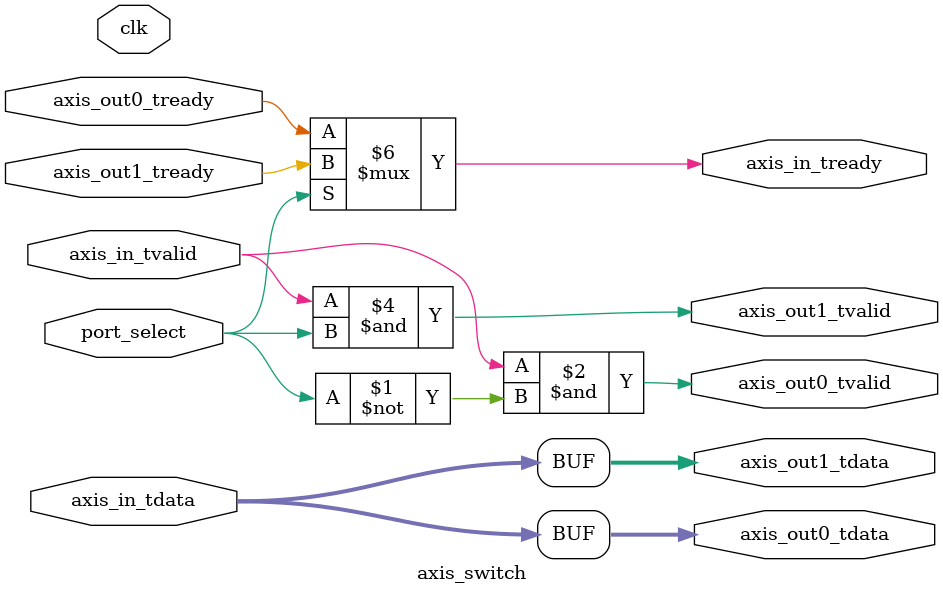
<source format=v>

/*
    Accepts an AXI-stream input and directs it to one of two AXI-stream outputs
*/

module axis_switch # (parameter DW=512)
(
    
    // This doesn't do anything and is here to keep Vivado happy
    input clk,

    input port_select,
    
    // The input stream
    input[DW-1:0] axis_in_tdata,
    input         axis_in_tvalid,
    output        axis_in_tready,

    // Output steam #0
    output[DW-1:0] axis_out0_tdata,
    output         axis_out0_tvalid,
    input          axis_out0_tready,

    // Output steam #1
    output[DW-1:0] axis_out1_tdata,
    output         axis_out1_tvalid,
    input          axis_out1_tready
);

// Connect the TDATA input to the TDATA outputs
assign axis_out0_tdata = axis_in_tdata;
assign axis_out1_tdata = axis_in_tdata;

// The output TVALID lines are driven from the input TVALID line
assign axis_out0_tvalid = axis_in_tvalid & (port_select == 0);
assign axis_out1_tvalid = axis_in_tvalid & (port_select == 1);

// The input TREADY signal is ready when the output TREADY signal is ready
assign axis_in_tready = (port_select == 0) ? axis_out0_tready : axis_out1_tready;

endmodule




</source>
